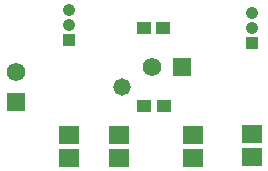
<source format=gts>
G04*
G04 #@! TF.GenerationSoftware,Altium Limited,Altium Designer,25.1.2 (22)*
G04*
G04 Layer_Color=8388736*
%FSLAX43Y43*%
%MOMM*%
G71*
G04*
G04 #@! TF.SameCoordinates,45F33ED4-2ABE-48A3-BB4A-59BEFD863CC1*
G04*
G04*
G04 #@! TF.FilePolarity,Negative*
G04*
G01*
G75*
%ADD13R,1.207X1.058*%
%ADD14R,1.753X1.553*%
%ADD15C,1.570*%
%ADD16R,1.570X1.570*%
%ADD17R,1.570X1.570*%
%ADD18R,1.050X1.050*%
%ADD19C,1.050*%
%ADD20C,1.473*%
D13*
X15875Y13433D02*
D03*
X17526D02*
D03*
X15848Y20000D02*
D03*
X17500D02*
D03*
D14*
X9500Y10975D02*
D03*
Y9025D02*
D03*
X13750Y10975D02*
D03*
Y9025D02*
D03*
X25000Y11000D02*
D03*
Y9050D02*
D03*
X20000Y10975D02*
D03*
Y9025D02*
D03*
D15*
X16500Y16750D02*
D03*
X5000Y16270D02*
D03*
D16*
X19040Y16750D02*
D03*
D17*
X5000Y13730D02*
D03*
D18*
X25000Y18730D02*
D03*
X9500Y19000D02*
D03*
D19*
X25000Y20000D02*
D03*
Y21270D02*
D03*
X9500Y20270D02*
D03*
Y21540D02*
D03*
D20*
X14000Y15000D02*
D03*
M02*

</source>
